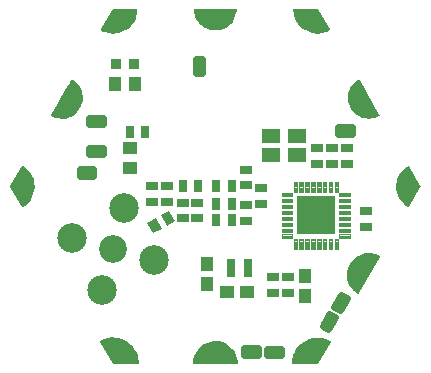
<source format=gbr>
G04 EAGLE Gerber X2 export*
%TF.Part,Single*%
%TF.FileFunction,Soldermask,Top,1*%
%TF.FilePolarity,Negative*%
%TF.GenerationSoftware,Autodesk,EAGLE,8.6.3*%
%TF.CreationDate,2018-03-24T11:36:11Z*%
G75*
%MOMM*%
%FSLAX34Y34*%
%LPD*%
%AMOC8*
5,1,8,0,0,1.08239X$1,22.5*%
G01*
%ADD10R,0.901600X0.901600*%
%ADD11R,1.101600X1.201600*%
%ADD12C,0.550797*%
%ADD13C,0.092900*%
%ADD14R,3.301600X3.301600*%
%ADD15R,1.001600X0.801600*%
%ADD16R,1.201600X1.101600*%
%ADD17R,0.801600X1.001600*%
%ADD18R,0.801600X1.501600*%
%ADD19R,1.501600X1.301600*%
%ADD20C,1.101597*%
%ADD21C,2.501600*%
%ADD22C,2.351600*%

G36*
X191639Y-500D02*
X191639Y-500D01*
X191719Y-494D01*
X191748Y-480D01*
X191780Y-475D01*
X191850Y-434D01*
X191923Y-400D01*
X191946Y-377D01*
X191974Y-361D01*
X192024Y-298D01*
X192081Y-242D01*
X192095Y-212D01*
X192115Y-187D01*
X192141Y-111D01*
X192174Y-37D01*
X192178Y-1D01*
X192187Y26D01*
X192186Y74D01*
X192194Y149D01*
X192124Y1679D01*
X192116Y1713D01*
X192115Y1759D01*
X191645Y4449D01*
X191632Y4483D01*
X191625Y4532D01*
X190705Y7432D01*
X190686Y7467D01*
X190668Y7522D01*
X189588Y9702D01*
X189562Y9737D01*
X189532Y9794D01*
X187712Y12284D01*
X187681Y12314D01*
X187644Y12363D01*
X185654Y14313D01*
X185625Y14333D01*
X185592Y14366D01*
X183712Y15786D01*
X183687Y15799D01*
X183659Y15822D01*
X181879Y16902D01*
X181845Y16915D01*
X181802Y16942D01*
X179702Y17852D01*
X179668Y17860D01*
X179625Y17880D01*
X176945Y18650D01*
X176904Y18654D01*
X176846Y18670D01*
X174366Y18970D01*
X174333Y18968D01*
X174290Y18974D01*
X171530Y18974D01*
X171484Y18966D01*
X171411Y18963D01*
X168741Y18453D01*
X168714Y18443D01*
X168676Y18437D01*
X166196Y17687D01*
X166156Y17667D01*
X166092Y17645D01*
X163282Y16215D01*
X163247Y16189D01*
X163190Y16158D01*
X160330Y14018D01*
X160297Y13982D01*
X160236Y13932D01*
X158126Y11562D01*
X158107Y11530D01*
X158073Y11492D01*
X156663Y9382D01*
X156647Y9347D01*
X156617Y9301D01*
X155287Y6491D01*
X155274Y6443D01*
X155242Y6364D01*
X154482Y3104D01*
X154481Y3080D01*
X154472Y3050D01*
X154338Y2117D01*
X154338Y2116D01*
X154102Y470D01*
X154103Y454D01*
X154098Y435D01*
X154078Y205D01*
X154087Y113D01*
X154089Y20D01*
X154097Y1D01*
X154099Y-19D01*
X154139Y-102D01*
X154173Y-188D01*
X154187Y-203D01*
X154195Y-221D01*
X154262Y-285D01*
X154325Y-354D01*
X154342Y-363D01*
X154357Y-377D01*
X154442Y-414D01*
X154524Y-456D01*
X154546Y-460D01*
X154562Y-467D01*
X154613Y-470D01*
X154709Y-484D01*
X191559Y-514D01*
X191639Y-500D01*
G37*
G36*
X294197Y59041D02*
X294197Y59041D01*
X294221Y59040D01*
X294306Y59065D01*
X294393Y59084D01*
X294413Y59097D01*
X294436Y59104D01*
X294507Y59157D01*
X294582Y59205D01*
X294598Y59226D01*
X294615Y59239D01*
X294642Y59281D01*
X294699Y59352D01*
X312579Y90162D01*
X312609Y90246D01*
X312646Y90329D01*
X312647Y90351D01*
X312655Y90373D01*
X312654Y90463D01*
X312660Y90553D01*
X312654Y90574D01*
X312653Y90597D01*
X312621Y90681D01*
X312595Y90767D01*
X312582Y90786D01*
X312574Y90807D01*
X312514Y90874D01*
X312460Y90946D01*
X312439Y90960D01*
X312426Y90976D01*
X312382Y91000D01*
X312305Y91052D01*
X310995Y91682D01*
X310978Y91686D01*
X310960Y91697D01*
X309370Y92347D01*
X309345Y92352D01*
X309315Y92367D01*
X307745Y92847D01*
X307718Y92850D01*
X307685Y92862D01*
X305945Y93212D01*
X305920Y93212D01*
X305890Y93220D01*
X303990Y93430D01*
X303959Y93428D01*
X303920Y93434D01*
X302260Y93434D01*
X302229Y93429D01*
X302187Y93430D01*
X300127Y93190D01*
X300099Y93182D01*
X300061Y93179D01*
X298191Y92759D01*
X298159Y92745D01*
X298113Y92736D01*
X296163Y92026D01*
X296142Y92014D01*
X296112Y92005D01*
X294162Y91095D01*
X294129Y91072D01*
X294078Y91048D01*
X292158Y89768D01*
X292133Y89743D01*
X292092Y89717D01*
X290332Y88177D01*
X290319Y88160D01*
X290297Y88144D01*
X288827Y86644D01*
X288800Y86605D01*
X288751Y86550D01*
X287331Y84400D01*
X287316Y84364D01*
X287286Y84321D01*
X286286Y82201D01*
X286279Y82174D01*
X286262Y82143D01*
X285422Y79783D01*
X285417Y79748D01*
X285400Y79703D01*
X284840Y77083D01*
X284838Y77040D01*
X284826Y76978D01*
X284716Y74528D01*
X284722Y74490D01*
X284719Y74437D01*
X284999Y71647D01*
X285008Y71617D01*
X285008Y71590D01*
X285016Y71570D01*
X285023Y71528D01*
X285773Y69028D01*
X285785Y69002D01*
X285794Y68966D01*
X286664Y66876D01*
X286685Y66845D01*
X286704Y66797D01*
X288004Y64597D01*
X288030Y64567D01*
X288058Y64520D01*
X289898Y62260D01*
X289933Y62230D01*
X289978Y62178D01*
X290584Y61659D01*
X290600Y61621D01*
X290617Y61603D01*
X290626Y61586D01*
X290677Y61535D01*
X290725Y61482D01*
X292355Y60132D01*
X292378Y60119D01*
X292402Y60096D01*
X293792Y59146D01*
X293873Y59110D01*
X293951Y59068D01*
X293975Y59064D01*
X293997Y59055D01*
X294085Y59049D01*
X294174Y59036D01*
X294197Y59041D01*
G37*
G36*
X107581Y-484D02*
X107581Y-484D01*
X107662Y-470D01*
X107744Y-463D01*
X107772Y-450D01*
X107801Y-444D01*
X107872Y-402D01*
X107947Y-367D01*
X107968Y-346D01*
X107994Y-330D01*
X108046Y-266D01*
X108104Y-207D01*
X108117Y-179D01*
X108136Y-156D01*
X108162Y-78D01*
X108196Y-2D01*
X108199Y32D01*
X108207Y57D01*
X108206Y106D01*
X108213Y184D01*
X108093Y2394D01*
X108088Y2417D01*
X108088Y2447D01*
X107778Y4697D01*
X107769Y4725D01*
X107765Y4765D01*
X107265Y6755D01*
X107254Y6779D01*
X107248Y6812D01*
X106578Y8702D01*
X106565Y8725D01*
X106555Y8758D01*
X105645Y10708D01*
X105631Y10728D01*
X105620Y10756D01*
X104670Y12406D01*
X104649Y12431D01*
X104629Y12469D01*
X103229Y14349D01*
X103208Y14368D01*
X103187Y14399D01*
X101807Y15899D01*
X101785Y15916D01*
X101761Y15944D01*
X100411Y17144D01*
X100400Y17151D01*
X100388Y17164D01*
X99198Y18124D01*
X99166Y18141D01*
X99128Y18173D01*
X97608Y19093D01*
X97592Y19099D01*
X97574Y19112D01*
X96004Y19932D01*
X95982Y19939D01*
X95958Y19954D01*
X93938Y20814D01*
X93910Y20820D01*
X93874Y20837D01*
X91834Y21457D01*
X91806Y21460D01*
X91770Y21473D01*
X89340Y21943D01*
X89304Y21943D01*
X89256Y21953D01*
X86806Y22093D01*
X86781Y22090D01*
X86748Y22094D01*
X84738Y22024D01*
X84710Y22018D01*
X84672Y22018D01*
X82822Y21758D01*
X82797Y21750D01*
X82764Y21747D01*
X80994Y21327D01*
X80975Y21319D01*
X80949Y21315D01*
X79299Y20795D01*
X79279Y20784D01*
X79250Y20777D01*
X77540Y20077D01*
X77513Y20060D01*
X77475Y20046D01*
X75645Y19042D01*
X75596Y19017D01*
X75526Y18965D01*
X75452Y18918D01*
X75437Y18898D01*
X75417Y18883D01*
X75369Y18810D01*
X75316Y18740D01*
X75309Y18716D01*
X75295Y18695D01*
X75276Y18609D01*
X75250Y18525D01*
X75252Y18500D01*
X75246Y18476D01*
X75258Y18389D01*
X75263Y18301D01*
X75274Y18275D01*
X75277Y18253D01*
X75301Y18209D01*
X75334Y18128D01*
X86144Y-192D01*
X86150Y-200D01*
X86154Y-209D01*
X86223Y-285D01*
X86290Y-362D01*
X86299Y-367D01*
X86306Y-374D01*
X86397Y-421D01*
X86487Y-471D01*
X86496Y-472D01*
X86505Y-477D01*
X86691Y-504D01*
X107581Y-484D01*
G37*
G36*
X173634Y282009D02*
X173634Y282009D01*
X173661Y282007D01*
X174901Y282087D01*
X174920Y282092D01*
X174946Y282092D01*
X176556Y282312D01*
X176585Y282321D01*
X176625Y282325D01*
X178415Y282775D01*
X178441Y282787D01*
X178477Y282794D01*
X180237Y283434D01*
X180263Y283449D01*
X180301Y283462D01*
X182161Y284382D01*
X182189Y284402D01*
X182232Y284422D01*
X183912Y285542D01*
X183930Y285560D01*
X183959Y285577D01*
X185059Y286467D01*
X185076Y286487D01*
X185103Y286506D01*
X186363Y287736D01*
X186380Y287759D01*
X186407Y287784D01*
X187757Y289404D01*
X187776Y289437D01*
X187810Y289477D01*
X189080Y291537D01*
X189093Y291570D01*
X189119Y291611D01*
X190109Y293821D01*
X190119Y293860D01*
X190142Y293913D01*
X190832Y296433D01*
X190835Y296465D01*
X190842Y296491D01*
X190846Y296500D01*
X190845Y296501D01*
X190847Y296507D01*
X191157Y298597D01*
X191157Y298619D01*
X191163Y298647D01*
X191243Y299827D01*
X191233Y299914D01*
X191231Y300001D01*
X191221Y300024D01*
X191218Y300050D01*
X191179Y300128D01*
X191146Y300208D01*
X191129Y300228D01*
X191117Y300251D01*
X191054Y300310D01*
X190995Y300374D01*
X190972Y300386D01*
X190953Y300403D01*
X190873Y300437D01*
X190795Y300477D01*
X190767Y300481D01*
X190746Y300490D01*
X190696Y300491D01*
X190610Y300504D01*
X177561Y300504D01*
X164771Y300514D01*
X164770Y300514D01*
X155982Y300514D01*
X155936Y300518D01*
X155883Y300532D01*
X155825Y300527D01*
X155767Y300531D01*
X155714Y300516D01*
X155660Y300511D01*
X155607Y300486D01*
X155551Y300470D01*
X155507Y300437D01*
X155458Y300413D01*
X155417Y300371D01*
X155370Y300337D01*
X155333Y300284D01*
X155302Y300252D01*
X155289Y300221D01*
X155263Y300184D01*
X155253Y300164D01*
X155229Y300084D01*
X155213Y300046D01*
X155211Y300029D01*
X155193Y299974D01*
X155193Y299961D01*
X155189Y299948D01*
X155196Y299849D01*
X155199Y299749D01*
X155204Y299738D01*
X155205Y299725D01*
X155206Y299723D01*
X155337Y297689D01*
X155346Y297654D01*
X155348Y297606D01*
X155778Y295456D01*
X155789Y295428D01*
X155795Y295388D01*
X156305Y293778D01*
X156318Y293755D01*
X156326Y293722D01*
X157036Y292052D01*
X157055Y292024D01*
X157071Y291982D01*
X158281Y289892D01*
X158306Y289863D01*
X158333Y289816D01*
X159373Y288506D01*
X159387Y288493D01*
X159401Y288474D01*
X160791Y286944D01*
X160820Y286921D01*
X160854Y286883D01*
X162604Y285423D01*
X162635Y285405D01*
X162671Y285374D01*
X164141Y284444D01*
X164160Y284436D01*
X164181Y284421D01*
X165491Y283721D01*
X165517Y283712D01*
X165547Y283694D01*
X167117Y283044D01*
X167148Y283037D01*
X167187Y283020D01*
X169087Y282480D01*
X169114Y282477D01*
X169148Y282466D01*
X170878Y282156D01*
X170906Y282156D01*
X170942Y282148D01*
X172672Y282018D01*
X172691Y282019D01*
X172713Y282016D01*
X173613Y282006D01*
X173634Y282009D01*
G37*
G36*
X259732Y-502D02*
X259732Y-502D01*
X259744Y-504D01*
X259842Y-482D01*
X259941Y-465D01*
X259951Y-458D01*
X259963Y-456D01*
X260048Y-401D01*
X260134Y-351D01*
X260142Y-341D01*
X260152Y-334D01*
X260269Y-188D01*
X270779Y17972D01*
X270805Y18043D01*
X270838Y18111D01*
X270842Y18148D01*
X270855Y18183D01*
X270855Y18259D01*
X270863Y18334D01*
X270854Y18370D01*
X270853Y18408D01*
X270826Y18478D01*
X270808Y18551D01*
X270787Y18582D01*
X270773Y18617D01*
X270724Y18674D01*
X270681Y18736D01*
X270647Y18762D01*
X270625Y18786D01*
X270585Y18808D01*
X270531Y18848D01*
X269231Y19548D01*
X269212Y19555D01*
X269191Y19568D01*
X266971Y20568D01*
X266932Y20578D01*
X266882Y20601D01*
X264322Y21321D01*
X264297Y21323D01*
X264266Y21334D01*
X262276Y21704D01*
X262243Y21704D01*
X262200Y21713D01*
X259840Y21863D01*
X259815Y21860D01*
X259783Y21864D01*
X257523Y21804D01*
X257482Y21796D01*
X257423Y21793D01*
X254963Y21333D01*
X254942Y21325D01*
X254914Y21322D01*
X252154Y20572D01*
X252115Y20554D01*
X252056Y20537D01*
X249636Y19427D01*
X249607Y19407D01*
X249565Y19389D01*
X247555Y18139D01*
X247531Y18117D01*
X247495Y18096D01*
X245425Y16446D01*
X245406Y16425D01*
X245376Y16403D01*
X243446Y14513D01*
X243422Y14479D01*
X243378Y14435D01*
X241568Y11965D01*
X241552Y11930D01*
X241520Y11888D01*
X240190Y9388D01*
X240179Y9353D01*
X240155Y9310D01*
X239015Y6230D01*
X239008Y6191D01*
X238989Y6138D01*
X238319Y2888D01*
X238318Y2856D01*
X238308Y2813D01*
X238118Y563D01*
X238120Y540D01*
X238116Y510D01*
X238116Y140D01*
X238127Y75D01*
X238129Y10D01*
X238147Y-34D01*
X238155Y-81D01*
X238189Y-137D01*
X238213Y-198D01*
X238245Y-233D01*
X238270Y-274D01*
X238320Y-315D01*
X238365Y-364D01*
X238407Y-386D01*
X238444Y-415D01*
X238506Y-436D01*
X238564Y-466D01*
X238619Y-475D01*
X238656Y-487D01*
X238695Y-486D01*
X238750Y-494D01*
X259720Y-504D01*
X259732Y-502D01*
G37*
G36*
X45572Y207407D02*
X45572Y207407D01*
X45613Y207417D01*
X45672Y207422D01*
X48022Y207962D01*
X48051Y207974D01*
X48091Y207982D01*
X50271Y208752D01*
X50304Y208770D01*
X50352Y208787D01*
X52322Y209807D01*
X52350Y209828D01*
X52393Y209850D01*
X54243Y211140D01*
X54269Y211166D01*
X54310Y211194D01*
X55980Y212734D01*
X56002Y212763D01*
X56038Y212795D01*
X57918Y215065D01*
X57941Y215105D01*
X57983Y215160D01*
X59413Y217710D01*
X59414Y217711D01*
X59414Y217712D01*
X59428Y217753D01*
X59460Y217813D01*
X60330Y220333D01*
X60335Y220369D01*
X60352Y220416D01*
X60792Y222626D01*
X60793Y222660D01*
X60803Y222705D01*
X60953Y224835D01*
X60949Y224871D01*
X60953Y224920D01*
X60823Y226970D01*
X60817Y226995D01*
X60817Y227027D01*
X60587Y228507D01*
X60577Y228535D01*
X60573Y228573D01*
X60033Y230603D01*
X60018Y230635D01*
X60006Y230682D01*
X59206Y232622D01*
X59192Y232644D01*
X59181Y232676D01*
X58411Y234136D01*
X58389Y234164D01*
X58367Y234207D01*
X56927Y236237D01*
X56906Y236258D01*
X56884Y236291D01*
X55684Y237641D01*
X55655Y237664D01*
X55622Y237703D01*
X54192Y238923D01*
X54173Y238933D01*
X54154Y238952D01*
X52964Y239822D01*
X52952Y239828D01*
X52939Y239840D01*
X52089Y240400D01*
X52010Y240434D01*
X51934Y240474D01*
X51907Y240478D01*
X51883Y240488D01*
X51797Y240492D01*
X51711Y240504D01*
X51685Y240498D01*
X51659Y240499D01*
X51576Y240473D01*
X51492Y240454D01*
X51470Y240439D01*
X51445Y240431D01*
X51377Y240378D01*
X51305Y240331D01*
X51286Y240308D01*
X51268Y240293D01*
X51242Y240251D01*
X51189Y240184D01*
X49829Y237794D01*
X46229Y231464D01*
X46228Y231462D01*
X46227Y231461D01*
X40169Y220685D01*
X36790Y214817D01*
X36789Y214814D01*
X36787Y214811D01*
X34307Y210401D01*
X34292Y210357D01*
X34268Y210318D01*
X34255Y210252D01*
X34234Y210189D01*
X34235Y210143D01*
X34226Y210097D01*
X34237Y210031D01*
X34238Y209965D01*
X34255Y209922D01*
X34263Y209876D01*
X34296Y209818D01*
X34321Y209756D01*
X34352Y209722D01*
X34375Y209681D01*
X34426Y209639D01*
X34471Y209589D01*
X34512Y209568D01*
X34547Y209538D01*
X34626Y209508D01*
X34670Y209485D01*
X34693Y209482D01*
X34722Y209471D01*
X34726Y209470D01*
X35588Y209003D01*
X35617Y208993D01*
X35653Y208972D01*
X37913Y208062D01*
X37955Y208053D01*
X38011Y208031D01*
X40421Y207491D01*
X40454Y207490D01*
X40497Y207479D01*
X42917Y207239D01*
X42960Y207242D01*
X43022Y207237D01*
X45572Y207407D01*
G37*
G36*
X303378Y207272D02*
X303378Y207272D01*
X303436Y207268D01*
X305706Y207468D01*
X305735Y207476D01*
X305776Y207478D01*
X307806Y207888D01*
X307838Y207901D01*
X307884Y207909D01*
X309684Y208519D01*
X309707Y208532D01*
X309741Y208542D01*
X311821Y209482D01*
X311899Y209536D01*
X311980Y209585D01*
X311991Y209599D01*
X312006Y209609D01*
X312061Y209687D01*
X312119Y209761D01*
X312125Y209778D01*
X312135Y209793D01*
X312159Y209884D01*
X312188Y209974D01*
X312188Y209992D01*
X312192Y210010D01*
X312183Y210104D01*
X312179Y210198D01*
X312172Y210217D01*
X312170Y210233D01*
X312148Y210278D01*
X312112Y210373D01*
X295222Y240143D01*
X295184Y240189D01*
X295154Y240240D01*
X295112Y240274D01*
X295078Y240315D01*
X295026Y240345D01*
X294980Y240383D01*
X294930Y240401D01*
X294884Y240427D01*
X294825Y240437D01*
X294768Y240457D01*
X294715Y240455D01*
X294662Y240464D01*
X294604Y240453D01*
X294544Y240452D01*
X294494Y240432D01*
X294442Y240422D01*
X294391Y240391D01*
X294336Y240369D01*
X294287Y240328D01*
X294250Y240305D01*
X294229Y240278D01*
X294193Y240248D01*
X294190Y240245D01*
X293409Y239787D01*
X293387Y239768D01*
X293352Y239750D01*
X292232Y238920D01*
X292218Y238904D01*
X292195Y238889D01*
X290615Y237519D01*
X290593Y237493D01*
X290557Y237463D01*
X289447Y236223D01*
X289434Y236201D01*
X289409Y236176D01*
X288289Y234656D01*
X288274Y234625D01*
X288245Y234587D01*
X287165Y232637D01*
X287154Y232603D01*
X287129Y232561D01*
X286359Y230591D01*
X286354Y230562D01*
X286338Y230526D01*
X285818Y228606D01*
X285815Y228572D01*
X285802Y228528D01*
X285432Y225898D01*
X285434Y225854D01*
X285426Y225790D01*
X285486Y223910D01*
X285491Y223885D01*
X285490Y223853D01*
X285740Y221803D01*
X285751Y221769D01*
X285756Y221720D01*
X286296Y219650D01*
X286309Y219623D01*
X286317Y219584D01*
X286987Y217824D01*
X287006Y217794D01*
X287022Y217748D01*
X288202Y215568D01*
X288225Y215540D01*
X288248Y215496D01*
X289918Y213206D01*
X289954Y213171D01*
X290015Y213101D01*
X292865Y210631D01*
X292899Y210610D01*
X292941Y210574D01*
X295141Y209184D01*
X295184Y209167D01*
X295244Y209131D01*
X297634Y208171D01*
X297666Y208165D01*
X297707Y208147D01*
X300147Y207497D01*
X300194Y207493D01*
X300267Y207477D01*
X303337Y207267D01*
X303378Y207272D01*
G37*
G36*
X87674Y279320D02*
X87674Y279320D01*
X87706Y279318D01*
X89406Y279468D01*
X89433Y279476D01*
X89471Y279477D01*
X91021Y279777D01*
X91037Y279784D01*
X91060Y279786D01*
X93360Y280386D01*
X93393Y280402D01*
X93442Y280414D01*
X95142Y281114D01*
X95159Y281125D01*
X95184Y281133D01*
X96884Y281983D01*
X96913Y282005D01*
X96958Y282026D01*
X99008Y283426D01*
X99024Y283442D01*
X99048Y283456D01*
X100598Y284706D01*
X100618Y284729D01*
X100648Y284752D01*
X101948Y286052D01*
X101969Y286081D01*
X102004Y286115D01*
X103454Y288015D01*
X103465Y288037D01*
X103486Y288060D01*
X104786Y290110D01*
X104799Y290144D01*
X104826Y290185D01*
X105676Y292035D01*
X105682Y292058D01*
X105697Y292085D01*
X106347Y293885D01*
X106352Y293918D01*
X106369Y293961D01*
X106819Y295961D01*
X106820Y295983D01*
X106828Y296010D01*
X107078Y297760D01*
X107077Y297783D01*
X107083Y297812D01*
X107182Y299436D01*
X107227Y299757D01*
X107237Y299787D01*
X107236Y299844D01*
X107244Y299901D01*
X107232Y299956D01*
X107231Y300011D01*
X107209Y300064D01*
X107197Y300121D01*
X107167Y300168D01*
X107146Y300219D01*
X107107Y300261D01*
X107076Y300310D01*
X107032Y300343D01*
X106995Y300384D01*
X106943Y300411D01*
X106897Y300445D01*
X106844Y300461D01*
X106795Y300487D01*
X106726Y300497D01*
X106682Y300510D01*
X106651Y300508D01*
X106610Y300514D01*
X86760Y300504D01*
X86746Y300502D01*
X86732Y300504D01*
X86636Y300482D01*
X86539Y300464D01*
X86527Y300457D01*
X86513Y300454D01*
X86431Y300401D01*
X86346Y300350D01*
X86337Y300340D01*
X86325Y300332D01*
X86209Y300185D01*
X76299Y282845D01*
X76280Y282789D01*
X76251Y282737D01*
X76242Y282684D01*
X76224Y282633D01*
X76225Y282574D01*
X76216Y282516D01*
X76227Y282463D01*
X76227Y282409D01*
X76249Y282354D01*
X76261Y282296D01*
X76289Y282250D01*
X76309Y282200D01*
X76348Y282155D01*
X76379Y282105D01*
X76428Y282065D01*
X76457Y282032D01*
X76488Y282016D01*
X76524Y281986D01*
X76574Y281956D01*
X76599Y281946D01*
X76629Y281927D01*
X78529Y281027D01*
X78548Y281022D01*
X78570Y281009D01*
X80370Y280309D01*
X80397Y280304D01*
X80430Y280289D01*
X82230Y279789D01*
X82256Y279787D01*
X82287Y279776D01*
X83937Y279476D01*
X83961Y279476D01*
X83993Y279468D01*
X85643Y279318D01*
X85668Y279321D01*
X85700Y279316D01*
X87650Y279316D01*
X87674Y279320D01*
G37*
G36*
X260725Y279340D02*
X260725Y279340D01*
X260757Y279338D01*
X262407Y279488D01*
X262431Y279495D01*
X262463Y279496D01*
X264113Y279796D01*
X264137Y279805D01*
X264170Y279809D01*
X265970Y280309D01*
X265995Y280321D01*
X266030Y280329D01*
X267830Y281029D01*
X267847Y281039D01*
X267872Y281047D01*
X269772Y281947D01*
X269794Y281963D01*
X269826Y281976D01*
X269876Y282006D01*
X269921Y282045D01*
X269971Y282076D01*
X270005Y282118D01*
X270045Y282154D01*
X270073Y282206D01*
X270110Y282252D01*
X270127Y282304D01*
X270152Y282351D01*
X270161Y282409D01*
X270179Y282466D01*
X270176Y282520D01*
X270184Y282573D01*
X270171Y282631D01*
X270169Y282690D01*
X270145Y282750D01*
X270136Y282792D01*
X270117Y282822D01*
X270101Y282865D01*
X260191Y300205D01*
X260182Y300215D01*
X260177Y300228D01*
X260110Y300301D01*
X260047Y300377D01*
X260035Y300384D01*
X260025Y300394D01*
X259938Y300439D01*
X259852Y300488D01*
X259838Y300490D01*
X259826Y300496D01*
X259640Y300524D01*
X239790Y300534D01*
X239736Y300525D01*
X239681Y300525D01*
X239626Y300505D01*
X239569Y300495D01*
X239522Y300467D01*
X239470Y300448D01*
X239426Y300410D01*
X239376Y300381D01*
X239341Y300338D01*
X239299Y300302D01*
X239271Y300251D01*
X239235Y300207D01*
X239217Y300154D01*
X239190Y300106D01*
X239181Y300049D01*
X239163Y299994D01*
X239164Y299939D01*
X239156Y299884D01*
X239168Y299816D01*
X239169Y299770D01*
X239176Y299753D01*
X239218Y299456D01*
X239317Y297832D01*
X239322Y297809D01*
X239322Y297780D01*
X239572Y296030D01*
X239579Y296009D01*
X239581Y295981D01*
X240031Y293981D01*
X240044Y293949D01*
X240053Y293905D01*
X240703Y292105D01*
X240715Y292084D01*
X240724Y292055D01*
X241574Y290205D01*
X241594Y290175D01*
X241614Y290130D01*
X242914Y288080D01*
X242931Y288062D01*
X242946Y288035D01*
X244396Y286135D01*
X244422Y286111D01*
X244452Y286072D01*
X245752Y284772D01*
X245776Y284755D01*
X245802Y284726D01*
X247352Y283476D01*
X247372Y283466D01*
X247392Y283446D01*
X249442Y282046D01*
X249476Y282031D01*
X249516Y282003D01*
X251216Y281153D01*
X251236Y281147D01*
X251259Y281134D01*
X252959Y280434D01*
X252994Y280426D01*
X253040Y280406D01*
X255340Y279806D01*
X255358Y279805D01*
X255379Y279797D01*
X256929Y279497D01*
X256958Y279497D01*
X256994Y279488D01*
X258694Y279338D01*
X258719Y279340D01*
X258750Y279336D01*
X260700Y279336D01*
X260725Y279340D01*
G37*
G36*
X336705Y132562D02*
X336705Y132562D01*
X336732Y132561D01*
X336813Y132587D01*
X336897Y132606D01*
X336920Y132621D01*
X336946Y132629D01*
X337013Y132681D01*
X337085Y132728D01*
X337104Y132752D01*
X337123Y132767D01*
X337149Y132809D01*
X337201Y132875D01*
X346791Y149655D01*
X346793Y149662D01*
X346797Y149667D01*
X346831Y149768D01*
X346866Y149867D01*
X346866Y149874D01*
X346868Y149880D01*
X346864Y149986D01*
X346863Y150091D01*
X346860Y150098D01*
X346860Y150104D01*
X346793Y150280D01*
X337431Y167008D01*
X337431Y167021D01*
X337409Y167075D01*
X337396Y167132D01*
X337367Y167178D01*
X337346Y167228D01*
X337307Y167271D01*
X337276Y167321D01*
X337232Y167354D01*
X337195Y167394D01*
X337143Y167421D01*
X337096Y167456D01*
X337044Y167472D01*
X336995Y167497D01*
X336926Y167507D01*
X336881Y167520D01*
X336850Y167518D01*
X336810Y167524D01*
X336770Y167524D01*
X336768Y167524D01*
X336766Y167524D01*
X336671Y167507D01*
X336658Y167506D01*
X336651Y167503D01*
X336549Y167485D01*
X336547Y167484D01*
X336545Y167483D01*
X336451Y167426D01*
X336356Y167370D01*
X336355Y167369D01*
X336353Y167368D01*
X336334Y167344D01*
X335114Y166614D01*
X335095Y166598D01*
X335067Y166583D01*
X333447Y165403D01*
X333434Y165389D01*
X333423Y165383D01*
X333417Y165375D01*
X333395Y165361D01*
X332145Y164231D01*
X332125Y164205D01*
X332092Y164177D01*
X330652Y162527D01*
X330644Y162514D01*
X330631Y162501D01*
X329731Y161351D01*
X329714Y161320D01*
X329685Y161284D01*
X328585Y159434D01*
X328576Y159411D01*
X328559Y159386D01*
X327859Y157936D01*
X327853Y157914D01*
X327839Y157889D01*
X327079Y155929D01*
X327073Y155898D01*
X327056Y155860D01*
X326626Y154210D01*
X326624Y154177D01*
X326611Y154135D01*
X326241Y151385D01*
X326243Y151351D01*
X326236Y151306D01*
X326216Y149346D01*
X326221Y149316D01*
X326219Y149276D01*
X326449Y147026D01*
X326457Y146998D01*
X326459Y146959D01*
X326909Y144819D01*
X326921Y144791D01*
X326928Y144751D01*
X327608Y142691D01*
X327624Y142660D01*
X327638Y142615D01*
X328658Y140495D01*
X328673Y140475D01*
X328685Y140446D01*
X329855Y138476D01*
X329882Y138445D01*
X329913Y138394D01*
X331563Y136414D01*
X331588Y136392D01*
X331616Y136357D01*
X333216Y134857D01*
X333240Y134842D01*
X333265Y134816D01*
X334745Y133686D01*
X334763Y133677D01*
X334781Y133660D01*
X336301Y132660D01*
X336380Y132627D01*
X336455Y132586D01*
X336482Y132583D01*
X336508Y132572D01*
X336593Y132568D01*
X336678Y132556D01*
X336705Y132562D01*
G37*
G36*
X9842Y132552D02*
X9842Y132552D01*
X9925Y132560D01*
X9955Y132574D01*
X9980Y132579D01*
X10022Y132605D01*
X10096Y132638D01*
X11526Y133568D01*
X11549Y133590D01*
X11586Y133612D01*
X13726Y135392D01*
X13743Y135413D01*
X13771Y135434D01*
X15321Y137004D01*
X15338Y137029D01*
X15367Y137056D01*
X16697Y138736D01*
X16718Y138775D01*
X16756Y138824D01*
X16966Y139206D01*
X17314Y139840D01*
X17314Y139841D01*
X17663Y140475D01*
X17916Y140934D01*
X17923Y140955D01*
X17937Y140977D01*
X19047Y143417D01*
X19058Y143458D01*
X19082Y143513D01*
X19832Y146253D01*
X19836Y146299D01*
X19852Y146371D01*
X20122Y149821D01*
X20119Y149852D01*
X20124Y149894D01*
X20024Y152564D01*
X20014Y152611D01*
X20007Y152687D01*
X19247Y155887D01*
X19232Y155921D01*
X19221Y155970D01*
X18171Y158670D01*
X18150Y158705D01*
X18128Y158760D01*
X16698Y161210D01*
X16671Y161241D01*
X16641Y161291D01*
X14411Y164021D01*
X14379Y164049D01*
X14341Y164095D01*
X12501Y165725D01*
X12470Y165744D01*
X12433Y165777D01*
X10238Y167250D01*
X10152Y167321D01*
X10146Y167324D01*
X10142Y167328D01*
X10049Y167378D01*
X9956Y167430D01*
X9950Y167431D01*
X9944Y167434D01*
X9839Y167448D01*
X9734Y167464D01*
X9728Y167463D01*
X9722Y167464D01*
X9619Y167440D01*
X9514Y167419D01*
X9509Y167416D01*
X9503Y167414D01*
X9415Y167357D01*
X9324Y167300D01*
X9320Y167295D01*
X9315Y167292D01*
X9199Y167145D01*
X-411Y150315D01*
X-414Y150306D01*
X-420Y150298D01*
X-452Y150200D01*
X-486Y150103D01*
X-486Y150094D01*
X-489Y150084D01*
X-484Y149981D01*
X-483Y149879D01*
X-479Y149870D01*
X-479Y149860D01*
X-411Y149686D01*
X9199Y132856D01*
X9253Y132791D01*
X9301Y132722D01*
X9325Y132706D01*
X9343Y132683D01*
X9416Y132642D01*
X9485Y132594D01*
X9513Y132587D01*
X9538Y132572D01*
X9621Y132559D01*
X9702Y132538D01*
X9731Y132541D01*
X9759Y132536D01*
X9842Y132552D01*
G37*
D10*
X89246Y253632D03*
X104246Y253632D03*
D11*
X88500Y236740D03*
X105500Y236740D03*
D12*
X77862Y177218D02*
X66354Y177218D01*
X66354Y182726D01*
X77862Y182726D01*
X77862Y177218D01*
X77862Y182725D02*
X66354Y182725D01*
X66354Y202618D02*
X77862Y202618D01*
X66354Y202618D02*
X66354Y208126D01*
X77862Y208126D01*
X77862Y202618D01*
X77862Y208125D02*
X66354Y208125D01*
X156476Y246100D02*
X156476Y257608D01*
X161984Y257608D01*
X161984Y246100D01*
X156476Y246100D01*
X156476Y251607D02*
X161984Y251607D01*
X161984Y257114D02*
X156476Y257114D01*
X277174Y194490D02*
X288682Y194490D01*
X277174Y194490D02*
X277174Y199998D01*
X288682Y199998D01*
X288682Y194490D01*
X288682Y199997D02*
X277174Y199997D01*
D13*
X242184Y153956D02*
X242184Y145268D01*
X239396Y145268D01*
X239396Y153956D01*
X242184Y153956D01*
X242184Y146196D02*
X239396Y146196D01*
X239396Y147124D02*
X242184Y147124D01*
X242184Y148052D02*
X239396Y148052D01*
X239396Y148980D02*
X242184Y148980D01*
X242184Y149908D02*
X239396Y149908D01*
X239396Y150836D02*
X242184Y150836D01*
X242184Y151764D02*
X239396Y151764D01*
X239396Y152692D02*
X242184Y152692D01*
X242184Y153620D02*
X239396Y153620D01*
X247184Y153956D02*
X247184Y145268D01*
X244396Y145268D01*
X244396Y153956D01*
X247184Y153956D01*
X247184Y146196D02*
X244396Y146196D01*
X244396Y147124D02*
X247184Y147124D01*
X247184Y148052D02*
X244396Y148052D01*
X244396Y148980D02*
X247184Y148980D01*
X247184Y149908D02*
X244396Y149908D01*
X244396Y150836D02*
X247184Y150836D01*
X247184Y151764D02*
X244396Y151764D01*
X244396Y152692D02*
X247184Y152692D01*
X247184Y153620D02*
X244396Y153620D01*
X252184Y153956D02*
X252184Y145268D01*
X249396Y145268D01*
X249396Y153956D01*
X252184Y153956D01*
X252184Y146196D02*
X249396Y146196D01*
X249396Y147124D02*
X252184Y147124D01*
X252184Y148052D02*
X249396Y148052D01*
X249396Y148980D02*
X252184Y148980D01*
X252184Y149908D02*
X249396Y149908D01*
X249396Y150836D02*
X252184Y150836D01*
X252184Y151764D02*
X249396Y151764D01*
X249396Y152692D02*
X252184Y152692D01*
X252184Y153620D02*
X249396Y153620D01*
X257184Y153956D02*
X257184Y145268D01*
X254396Y145268D01*
X254396Y153956D01*
X257184Y153956D01*
X257184Y146196D02*
X254396Y146196D01*
X254396Y147124D02*
X257184Y147124D01*
X257184Y148052D02*
X254396Y148052D01*
X254396Y148980D02*
X257184Y148980D01*
X257184Y149908D02*
X254396Y149908D01*
X254396Y150836D02*
X257184Y150836D01*
X257184Y151764D02*
X254396Y151764D01*
X254396Y152692D02*
X257184Y152692D01*
X257184Y153620D02*
X254396Y153620D01*
X262184Y153956D02*
X262184Y145268D01*
X259396Y145268D01*
X259396Y153956D01*
X262184Y153956D01*
X262184Y146196D02*
X259396Y146196D01*
X259396Y147124D02*
X262184Y147124D01*
X262184Y148052D02*
X259396Y148052D01*
X259396Y148980D02*
X262184Y148980D01*
X262184Y149908D02*
X259396Y149908D01*
X259396Y150836D02*
X262184Y150836D01*
X262184Y151764D02*
X259396Y151764D01*
X259396Y152692D02*
X262184Y152692D01*
X262184Y153620D02*
X259396Y153620D01*
X267184Y153956D02*
X267184Y145268D01*
X264396Y145268D01*
X264396Y153956D01*
X267184Y153956D01*
X267184Y146196D02*
X264396Y146196D01*
X264396Y147124D02*
X267184Y147124D01*
X267184Y148052D02*
X264396Y148052D01*
X264396Y148980D02*
X267184Y148980D01*
X267184Y149908D02*
X264396Y149908D01*
X264396Y150836D02*
X267184Y150836D01*
X267184Y151764D02*
X264396Y151764D01*
X264396Y152692D02*
X267184Y152692D01*
X267184Y153620D02*
X264396Y153620D01*
X272184Y153956D02*
X272184Y145268D01*
X269396Y145268D01*
X269396Y153956D01*
X272184Y153956D01*
X272184Y146196D02*
X269396Y146196D01*
X269396Y147124D02*
X272184Y147124D01*
X272184Y148052D02*
X269396Y148052D01*
X269396Y148980D02*
X272184Y148980D01*
X272184Y149908D02*
X269396Y149908D01*
X269396Y150836D02*
X272184Y150836D01*
X272184Y151764D02*
X269396Y151764D01*
X269396Y152692D02*
X272184Y152692D01*
X272184Y153620D02*
X269396Y153620D01*
X277184Y153956D02*
X277184Y145268D01*
X274396Y145268D01*
X274396Y153956D01*
X277184Y153956D01*
X277184Y146196D02*
X274396Y146196D01*
X274396Y147124D02*
X277184Y147124D01*
X277184Y148052D02*
X274396Y148052D01*
X274396Y148980D02*
X277184Y148980D01*
X277184Y149908D02*
X274396Y149908D01*
X274396Y150836D02*
X277184Y150836D01*
X277184Y151764D02*
X274396Y151764D01*
X274396Y152692D02*
X277184Y152692D01*
X277184Y153620D02*
X274396Y153620D01*
X238384Y144256D02*
X229696Y144256D01*
X238384Y144256D02*
X238384Y141468D01*
X229696Y141468D01*
X229696Y144256D01*
X229696Y142396D02*
X238384Y142396D01*
X238384Y143324D02*
X229696Y143324D01*
X229696Y144252D02*
X238384Y144252D01*
X238384Y139256D02*
X229696Y139256D01*
X238384Y139256D02*
X238384Y136468D01*
X229696Y136468D01*
X229696Y139256D01*
X229696Y137396D02*
X238384Y137396D01*
X238384Y138324D02*
X229696Y138324D01*
X229696Y139252D02*
X238384Y139252D01*
X238384Y134256D02*
X229696Y134256D01*
X238384Y134256D02*
X238384Y131468D01*
X229696Y131468D01*
X229696Y134256D01*
X229696Y132396D02*
X238384Y132396D01*
X238384Y133324D02*
X229696Y133324D01*
X229696Y134252D02*
X238384Y134252D01*
X238384Y129256D02*
X229696Y129256D01*
X238384Y129256D02*
X238384Y126468D01*
X229696Y126468D01*
X229696Y129256D01*
X229696Y127396D02*
X238384Y127396D01*
X238384Y128324D02*
X229696Y128324D01*
X229696Y129252D02*
X238384Y129252D01*
X238384Y124256D02*
X229696Y124256D01*
X238384Y124256D02*
X238384Y121468D01*
X229696Y121468D01*
X229696Y124256D01*
X229696Y122396D02*
X238384Y122396D01*
X238384Y123324D02*
X229696Y123324D01*
X229696Y124252D02*
X238384Y124252D01*
X238384Y119256D02*
X229696Y119256D01*
X238384Y119256D02*
X238384Y116468D01*
X229696Y116468D01*
X229696Y119256D01*
X229696Y117396D02*
X238384Y117396D01*
X238384Y118324D02*
X229696Y118324D01*
X229696Y119252D02*
X238384Y119252D01*
X238384Y114256D02*
X229696Y114256D01*
X238384Y114256D02*
X238384Y111468D01*
X229696Y111468D01*
X229696Y114256D01*
X229696Y112396D02*
X238384Y112396D01*
X238384Y113324D02*
X229696Y113324D01*
X229696Y114252D02*
X238384Y114252D01*
X238384Y109256D02*
X229696Y109256D01*
X238384Y109256D02*
X238384Y106468D01*
X229696Y106468D01*
X229696Y109256D01*
X229696Y107396D02*
X238384Y107396D01*
X238384Y108324D02*
X229696Y108324D01*
X229696Y109252D02*
X238384Y109252D01*
X239396Y105456D02*
X239396Y96768D01*
X239396Y105456D02*
X242184Y105456D01*
X242184Y96768D01*
X239396Y96768D01*
X239396Y97696D02*
X242184Y97696D01*
X242184Y98624D02*
X239396Y98624D01*
X239396Y99552D02*
X242184Y99552D01*
X242184Y100480D02*
X239396Y100480D01*
X239396Y101408D02*
X242184Y101408D01*
X242184Y102336D02*
X239396Y102336D01*
X239396Y103264D02*
X242184Y103264D01*
X242184Y104192D02*
X239396Y104192D01*
X239396Y105120D02*
X242184Y105120D01*
X244396Y105456D02*
X244396Y96768D01*
X244396Y105456D02*
X247184Y105456D01*
X247184Y96768D01*
X244396Y96768D01*
X244396Y97696D02*
X247184Y97696D01*
X247184Y98624D02*
X244396Y98624D01*
X244396Y99552D02*
X247184Y99552D01*
X247184Y100480D02*
X244396Y100480D01*
X244396Y101408D02*
X247184Y101408D01*
X247184Y102336D02*
X244396Y102336D01*
X244396Y103264D02*
X247184Y103264D01*
X247184Y104192D02*
X244396Y104192D01*
X244396Y105120D02*
X247184Y105120D01*
X249396Y105456D02*
X249396Y96768D01*
X249396Y105456D02*
X252184Y105456D01*
X252184Y96768D01*
X249396Y96768D01*
X249396Y97696D02*
X252184Y97696D01*
X252184Y98624D02*
X249396Y98624D01*
X249396Y99552D02*
X252184Y99552D01*
X252184Y100480D02*
X249396Y100480D01*
X249396Y101408D02*
X252184Y101408D01*
X252184Y102336D02*
X249396Y102336D01*
X249396Y103264D02*
X252184Y103264D01*
X252184Y104192D02*
X249396Y104192D01*
X249396Y105120D02*
X252184Y105120D01*
X254396Y105456D02*
X254396Y96768D01*
X254396Y105456D02*
X257184Y105456D01*
X257184Y96768D01*
X254396Y96768D01*
X254396Y97696D02*
X257184Y97696D01*
X257184Y98624D02*
X254396Y98624D01*
X254396Y99552D02*
X257184Y99552D01*
X257184Y100480D02*
X254396Y100480D01*
X254396Y101408D02*
X257184Y101408D01*
X257184Y102336D02*
X254396Y102336D01*
X254396Y103264D02*
X257184Y103264D01*
X257184Y104192D02*
X254396Y104192D01*
X254396Y105120D02*
X257184Y105120D01*
X259396Y105456D02*
X259396Y96768D01*
X259396Y105456D02*
X262184Y105456D01*
X262184Y96768D01*
X259396Y96768D01*
X259396Y97696D02*
X262184Y97696D01*
X262184Y98624D02*
X259396Y98624D01*
X259396Y99552D02*
X262184Y99552D01*
X262184Y100480D02*
X259396Y100480D01*
X259396Y101408D02*
X262184Y101408D01*
X262184Y102336D02*
X259396Y102336D01*
X259396Y103264D02*
X262184Y103264D01*
X262184Y104192D02*
X259396Y104192D01*
X259396Y105120D02*
X262184Y105120D01*
X264396Y105456D02*
X264396Y96768D01*
X264396Y105456D02*
X267184Y105456D01*
X267184Y96768D01*
X264396Y96768D01*
X264396Y97696D02*
X267184Y97696D01*
X267184Y98624D02*
X264396Y98624D01*
X264396Y99552D02*
X267184Y99552D01*
X267184Y100480D02*
X264396Y100480D01*
X264396Y101408D02*
X267184Y101408D01*
X267184Y102336D02*
X264396Y102336D01*
X264396Y103264D02*
X267184Y103264D01*
X267184Y104192D02*
X264396Y104192D01*
X264396Y105120D02*
X267184Y105120D01*
X269396Y105456D02*
X269396Y96768D01*
X269396Y105456D02*
X272184Y105456D01*
X272184Y96768D01*
X269396Y96768D01*
X269396Y97696D02*
X272184Y97696D01*
X272184Y98624D02*
X269396Y98624D01*
X269396Y99552D02*
X272184Y99552D01*
X272184Y100480D02*
X269396Y100480D01*
X269396Y101408D02*
X272184Y101408D01*
X272184Y102336D02*
X269396Y102336D01*
X269396Y103264D02*
X272184Y103264D01*
X272184Y104192D02*
X269396Y104192D01*
X269396Y105120D02*
X272184Y105120D01*
X274396Y105456D02*
X274396Y96768D01*
X274396Y105456D02*
X277184Y105456D01*
X277184Y96768D01*
X274396Y96768D01*
X274396Y97696D02*
X277184Y97696D01*
X277184Y98624D02*
X274396Y98624D01*
X274396Y99552D02*
X277184Y99552D01*
X277184Y100480D02*
X274396Y100480D01*
X274396Y101408D02*
X277184Y101408D01*
X277184Y102336D02*
X274396Y102336D01*
X274396Y103264D02*
X277184Y103264D01*
X277184Y104192D02*
X274396Y104192D01*
X274396Y105120D02*
X277184Y105120D01*
X278196Y106468D02*
X286884Y106468D01*
X278196Y106468D02*
X278196Y109256D01*
X286884Y109256D01*
X286884Y106468D01*
X286884Y107396D02*
X278196Y107396D01*
X278196Y108324D02*
X286884Y108324D01*
X286884Y109252D02*
X278196Y109252D01*
X278196Y111468D02*
X286884Y111468D01*
X278196Y111468D02*
X278196Y114256D01*
X286884Y114256D01*
X286884Y111468D01*
X286884Y112396D02*
X278196Y112396D01*
X278196Y113324D02*
X286884Y113324D01*
X286884Y114252D02*
X278196Y114252D01*
X278196Y116468D02*
X286884Y116468D01*
X278196Y116468D02*
X278196Y119256D01*
X286884Y119256D01*
X286884Y116468D01*
X286884Y117396D02*
X278196Y117396D01*
X278196Y118324D02*
X286884Y118324D01*
X286884Y119252D02*
X278196Y119252D01*
X278196Y121468D02*
X286884Y121468D01*
X278196Y121468D02*
X278196Y124256D01*
X286884Y124256D01*
X286884Y121468D01*
X286884Y122396D02*
X278196Y122396D01*
X278196Y123324D02*
X286884Y123324D01*
X286884Y124252D02*
X278196Y124252D01*
X278196Y126468D02*
X286884Y126468D01*
X278196Y126468D02*
X278196Y129256D01*
X286884Y129256D01*
X286884Y126468D01*
X286884Y127396D02*
X278196Y127396D01*
X278196Y128324D02*
X286884Y128324D01*
X286884Y129252D02*
X278196Y129252D01*
X278196Y131468D02*
X286884Y131468D01*
X278196Y131468D02*
X278196Y134256D01*
X286884Y134256D01*
X286884Y131468D01*
X286884Y132396D02*
X278196Y132396D01*
X278196Y133324D02*
X286884Y133324D01*
X286884Y134252D02*
X278196Y134252D01*
X278196Y136468D02*
X286884Y136468D01*
X278196Y136468D02*
X278196Y139256D01*
X286884Y139256D01*
X286884Y136468D01*
X286884Y137396D02*
X278196Y137396D01*
X278196Y138324D02*
X286884Y138324D01*
X286884Y139252D02*
X278196Y139252D01*
X278196Y141468D02*
X286884Y141468D01*
X278196Y141468D02*
X278196Y144256D01*
X286884Y144256D01*
X286884Y141468D01*
X286884Y142396D02*
X278196Y142396D01*
X278196Y143324D02*
X286884Y143324D01*
X286884Y144252D02*
X278196Y144252D01*
D14*
X258290Y125362D03*
D15*
X300708Y115814D03*
X300708Y128814D03*
X271498Y169154D03*
X271498Y182154D03*
X221714Y73061D03*
X221714Y60061D03*
X234287Y73061D03*
X234287Y60061D03*
X284960Y169154D03*
X284960Y182154D03*
X258798Y169154D03*
X258798Y182154D03*
D16*
X100556Y182122D03*
X100556Y165122D03*
D17*
X100660Y196228D03*
X113660Y196228D03*
D11*
X248765Y57426D03*
X248765Y74426D03*
D15*
X199362Y133894D03*
X199362Y120894D03*
X199362Y151120D03*
X199362Y164120D03*
D17*
X174066Y135268D03*
X187066Y135268D03*
D15*
X212062Y135372D03*
X212062Y148372D03*
D17*
X187066Y121298D03*
X174066Y121298D03*
D15*
X157960Y122926D03*
X157960Y135926D03*
X145514Y122926D03*
X145514Y135926D03*
X119860Y149896D03*
X119860Y136896D03*
D17*
X158618Y150000D03*
X145618Y150000D03*
D15*
X132560Y149896D03*
X132560Y136896D03*
D18*
X201020Y80912D03*
X186020Y80912D03*
D11*
X165834Y83951D03*
X165834Y66951D03*
D16*
X200115Y60338D03*
X183115Y60338D03*
D19*
X242620Y176544D03*
X242620Y192544D03*
X220620Y192544D03*
X220620Y176544D03*
D12*
X274474Y39052D02*
X268721Y29086D01*
X263950Y31840D01*
X269703Y41806D01*
X274474Y39052D01*
X271900Y34593D02*
X265539Y34593D01*
X268718Y40100D02*
X272658Y40100D01*
X278627Y45088D02*
X284380Y55054D01*
X278627Y45088D02*
X273856Y47842D01*
X279609Y57808D01*
X284380Y55054D01*
X281806Y50595D02*
X275445Y50595D01*
X278624Y56102D02*
X282564Y56102D01*
D20*
X296500Y220800D03*
X296500Y78800D03*
X336500Y149800D03*
X255500Y7800D03*
X173500Y7800D03*
X91500Y7800D03*
X9500Y149800D03*
X50500Y220800D03*
X91500Y291800D03*
X173500Y291800D03*
X255500Y292800D03*
D17*
X187066Y150000D03*
X174066Y150000D03*
G36*
X127572Y114191D02*
X120630Y110183D01*
X115622Y118857D01*
X122564Y122865D01*
X127572Y114191D01*
G37*
G36*
X138830Y120691D02*
X131888Y116683D01*
X126880Y125357D01*
X133822Y129365D01*
X138830Y120691D01*
G37*
D12*
X216976Y7038D02*
X228484Y7038D01*
X216976Y7038D02*
X216976Y12546D01*
X228484Y12546D01*
X228484Y7038D01*
X228484Y12545D02*
X216976Y12545D01*
X209180Y7292D02*
X197672Y7292D01*
X197672Y12800D01*
X209180Y12800D01*
X209180Y7292D01*
X209180Y12799D02*
X197672Y12799D01*
X69734Y158930D02*
X58226Y158930D01*
X58226Y164438D01*
X69734Y164438D01*
X69734Y158930D01*
X69734Y164437D02*
X58226Y164437D01*
D21*
X95883Y131357D03*
X51889Y105957D03*
X121283Y87363D03*
X77289Y61963D03*
D22*
X86586Y96660D03*
M02*

</source>
